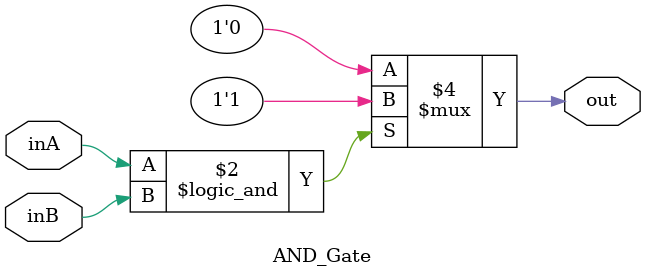
<source format=v>
`timescale 1ns / 1ps


module AND_Gate (inA, inB, out);

input inA, inB;

output reg out;

    always @(*) begin
	   if(inA && inB) begin
		  out = 1'b1;
	   end
	   else begin
		  out = 1'b0;
	   end
	
	end
endmodule
</source>
